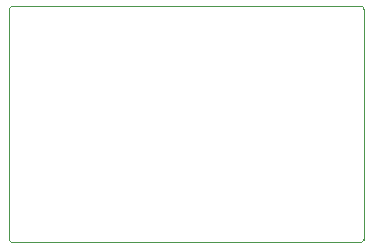
<source format=gbr>
G04 #@! TF.GenerationSoftware,KiCad,Pcbnew,(5.1.5)-3*
G04 #@! TF.CreationDate,2020-03-29T22:20:37+02:00*
G04 #@! TF.ProjectId,c3dpb,63336470-622e-46b6-9963-61645f706362,rev?*
G04 #@! TF.SameCoordinates,Original*
G04 #@! TF.FileFunction,Profile,NP*
%FSLAX46Y46*%
G04 Gerber Fmt 4.6, Leading zero omitted, Abs format (unit mm)*
G04 Created by KiCad (PCBNEW (5.1.5)-3) date 2020-03-29 22:20:37*
%MOMM*%
%LPD*%
G04 APERTURE LIST*
%ADD10C,0.100000*%
G04 APERTURE END LIST*
D10*
X70250000Y-98000000D02*
G75*
G02X70000000Y-97750000I0J250000D01*
G01*
X100000000Y-97750000D02*
G75*
G02X99750000Y-98000000I-250000J0D01*
G01*
X99750000Y-78000000D02*
G75*
G02X100000000Y-78250000I0J-250000D01*
G01*
X70000000Y-78250000D02*
G75*
G02X70250000Y-78000000I250000J0D01*
G01*
X70000000Y-78250000D02*
X70000000Y-97750000D01*
X99750000Y-78000000D02*
X70250000Y-78000000D01*
X100000000Y-97750000D02*
X100000000Y-78250000D01*
X70250000Y-98000000D02*
X99750000Y-98000000D01*
M02*

</source>
